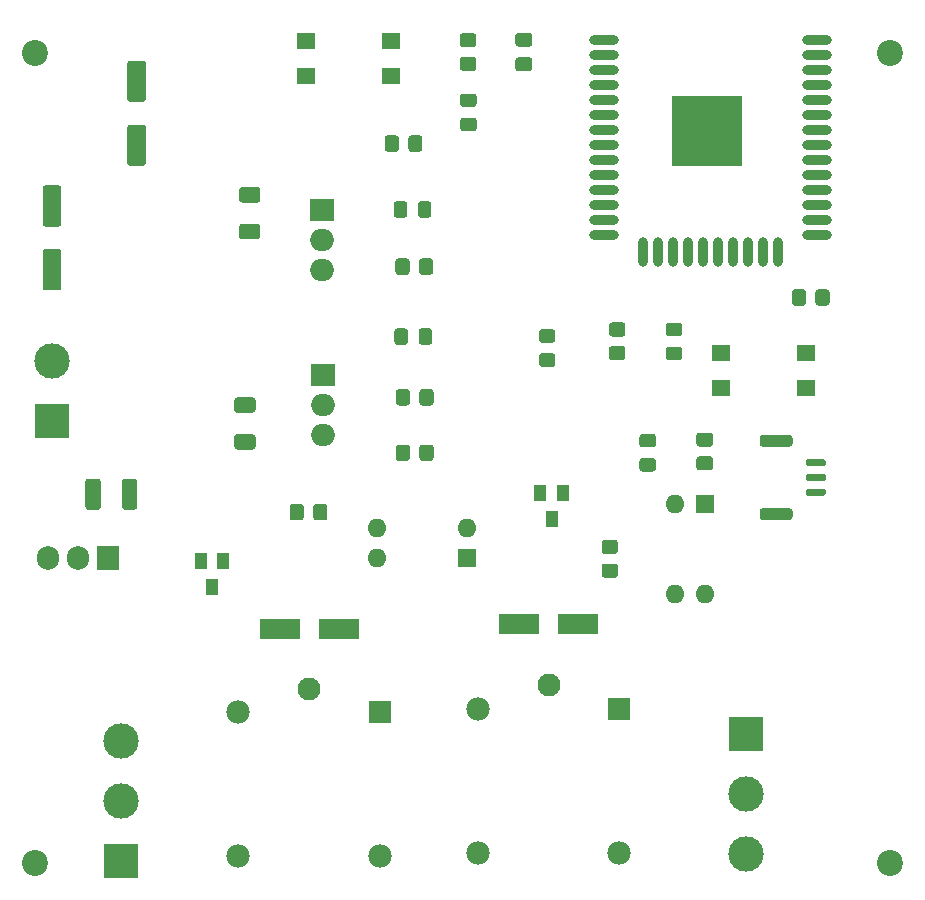
<source format=gbr>
%TF.GenerationSoftware,KiCad,Pcbnew,(5.1.12)-1*%
%TF.CreationDate,2022-01-20T11:47:12-05:00*%
%TF.ProjectId,PCB-ESP32S,5043422d-4553-4503-9332-532e6b696361,rev?*%
%TF.SameCoordinates,Original*%
%TF.FileFunction,Soldermask,Top*%
%TF.FilePolarity,Negative*%
%FSLAX46Y46*%
G04 Gerber Fmt 4.6, Leading zero omitted, Abs format (unit mm)*
G04 Created by KiCad (PCBNEW (5.1.12)-1) date 2022-01-20 11:47:12*
%MOMM*%
%LPD*%
G01*
G04 APERTURE LIST*
%ADD10C,2.200000*%
%ADD11C,1.980000*%
%ADD12C,1.935000*%
%ADD13R,1.980000X1.980000*%
%ADD14O,1.905000X2.000000*%
%ADD15R,1.905000X2.000000*%
%ADD16R,1.600000X1.400000*%
%ADD17O,1.600000X1.600000*%
%ADD18R,1.600000X1.600000*%
%ADD19C,3.000000*%
%ADD20R,3.000000X3.000000*%
%ADD21R,1.000000X1.400000*%
%ADD22O,2.000000X1.905000*%
%ADD23R,2.000000X1.905000*%
%ADD24R,3.500000X1.800000*%
%ADD25R,6.000000X6.000000*%
%ADD26O,2.500000X0.900000*%
%ADD27O,0.900000X2.500000*%
G04 APERTURE END LIST*
D10*
%TO.C,*%
X176415700Y-68033900D03*
%TD*%
%TO.C,*%
X104025700Y-68033900D03*
%TD*%
%TO.C,*%
X176415700Y-136613900D03*
%TD*%
%TO.C,*%
X104025700Y-136613900D03*
%TD*%
D11*
%TO.C,K1*%
X153507960Y-135751760D03*
X141507960Y-135751760D03*
X141507960Y-123551760D03*
D12*
X147507960Y-121551760D03*
D13*
X153507960Y-123551760D03*
%TD*%
%TO.C,D6*%
G36*
G01*
X146941119Y-93474960D02*
X147841121Y-93474960D01*
G75*
G02*
X148091120Y-93724959I0J-249999D01*
G01*
X148091120Y-94374961D01*
G75*
G02*
X147841121Y-94624960I-249999J0D01*
G01*
X146941119Y-94624960D01*
G75*
G02*
X146691120Y-94374961I0J249999D01*
G01*
X146691120Y-93724959D01*
G75*
G02*
X146941119Y-93474960I249999J0D01*
G01*
G37*
G36*
G01*
X146941119Y-91424960D02*
X147841121Y-91424960D01*
G75*
G02*
X148091120Y-91674959I0J-249999D01*
G01*
X148091120Y-92324961D01*
G75*
G02*
X147841121Y-92574960I-249999J0D01*
G01*
X146941119Y-92574960D01*
G75*
G02*
X146691120Y-92324961I0J249999D01*
G01*
X146691120Y-91674959D01*
G75*
G02*
X146941119Y-91424960I249999J0D01*
G01*
G37*
%TD*%
%TO.C,J1*%
G36*
G01*
X167923400Y-101387600D02*
X165623400Y-101387600D01*
G75*
G02*
X165373400Y-101137600I0J250000D01*
G01*
X165373400Y-100637600D01*
G75*
G02*
X165623400Y-100387600I250000J0D01*
G01*
X167923400Y-100387600D01*
G75*
G02*
X168173400Y-100637600I0J-250000D01*
G01*
X168173400Y-101137600D01*
G75*
G02*
X167923400Y-101387600I-250000J0D01*
G01*
G37*
G36*
G01*
X167923400Y-107587600D02*
X165623400Y-107587600D01*
G75*
G02*
X165373400Y-107337600I0J250000D01*
G01*
X165373400Y-106837600D01*
G75*
G02*
X165623400Y-106587600I250000J0D01*
G01*
X167923400Y-106587600D01*
G75*
G02*
X168173400Y-106837600I0J-250000D01*
G01*
X168173400Y-107337600D01*
G75*
G02*
X167923400Y-107587600I-250000J0D01*
G01*
G37*
G36*
G01*
X170823400Y-103037600D02*
X169423400Y-103037600D01*
G75*
G02*
X169273400Y-102887600I0J150000D01*
G01*
X169273400Y-102587600D01*
G75*
G02*
X169423400Y-102437600I150000J0D01*
G01*
X170823400Y-102437600D01*
G75*
G02*
X170973400Y-102587600I0J-150000D01*
G01*
X170973400Y-102887600D01*
G75*
G02*
X170823400Y-103037600I-150000J0D01*
G01*
G37*
G36*
G01*
X170823400Y-104287600D02*
X169423400Y-104287600D01*
G75*
G02*
X169273400Y-104137600I0J150000D01*
G01*
X169273400Y-103837600D01*
G75*
G02*
X169423400Y-103687600I150000J0D01*
G01*
X170823400Y-103687600D01*
G75*
G02*
X170973400Y-103837600I0J-150000D01*
G01*
X170973400Y-104137600D01*
G75*
G02*
X170823400Y-104287600I-150000J0D01*
G01*
G37*
G36*
G01*
X170823400Y-105537600D02*
X169423400Y-105537600D01*
G75*
G02*
X169273400Y-105387600I0J150000D01*
G01*
X169273400Y-105087600D01*
G75*
G02*
X169423400Y-104937600I150000J0D01*
G01*
X170823400Y-104937600D01*
G75*
G02*
X170973400Y-105087600I0J-150000D01*
G01*
X170973400Y-105387600D01*
G75*
G02*
X170823400Y-105537600I-150000J0D01*
G01*
G37*
%TD*%
%TO.C,R5*%
G36*
G01*
X111390000Y-106485000D02*
X111390000Y-104335000D01*
G75*
G02*
X111640000Y-104085000I250000J0D01*
G01*
X112440000Y-104085000D01*
G75*
G02*
X112690000Y-104335000I0J-250000D01*
G01*
X112690000Y-106485000D01*
G75*
G02*
X112440000Y-106735000I-250000J0D01*
G01*
X111640000Y-106735000D01*
G75*
G02*
X111390000Y-106485000I0J250000D01*
G01*
G37*
G36*
G01*
X108290000Y-106485000D02*
X108290000Y-104335000D01*
G75*
G02*
X108540000Y-104085000I250000J0D01*
G01*
X109340000Y-104085000D01*
G75*
G02*
X109590000Y-104335000I0J-250000D01*
G01*
X109590000Y-106485000D01*
G75*
G02*
X109340000Y-106735000I-250000J0D01*
G01*
X108540000Y-106735000D01*
G75*
G02*
X108290000Y-106485000I0J250000D01*
G01*
G37*
%TD*%
D14*
%TO.C,Q1*%
X105130600Y-110769400D03*
X107670600Y-110769400D03*
D15*
X110210600Y-110769400D03*
%TD*%
%TO.C,Cdes1*%
G36*
G01*
X145890000Y-67516500D02*
X144940000Y-67516500D01*
G75*
G02*
X144690000Y-67266500I0J250000D01*
G01*
X144690000Y-66591500D01*
G75*
G02*
X144940000Y-66341500I250000J0D01*
G01*
X145890000Y-66341500D01*
G75*
G02*
X146140000Y-66591500I0J-250000D01*
G01*
X146140000Y-67266500D01*
G75*
G02*
X145890000Y-67516500I-250000J0D01*
G01*
G37*
G36*
G01*
X145890000Y-69591500D02*
X144940000Y-69591500D01*
G75*
G02*
X144690000Y-69341500I0J250000D01*
G01*
X144690000Y-68666500D01*
G75*
G02*
X144940000Y-68416500I250000J0D01*
G01*
X145890000Y-68416500D01*
G75*
G02*
X146140000Y-68666500I0J-250000D01*
G01*
X146140000Y-69341500D01*
G75*
G02*
X145890000Y-69591500I-250000J0D01*
G01*
G37*
%TD*%
D16*
%TO.C,SW2*%
X162141800Y-96418400D03*
X169341800Y-96418400D03*
X162141800Y-93418400D03*
X169341800Y-93418400D03*
%TD*%
%TO.C,SW1*%
X126956000Y-70003800D03*
X134156000Y-70003800D03*
X126956000Y-67003800D03*
X134156000Y-67003800D03*
%TD*%
D17*
%TO.C,U4*%
X160726120Y-113827560D03*
X158186120Y-106207560D03*
X158186120Y-113827560D03*
D18*
X160726120Y-106207560D03*
%TD*%
D19*
%TO.C,J4*%
X111272320Y-126283720D03*
X111272320Y-131363720D03*
D20*
X111272320Y-136443720D03*
%TD*%
D21*
%TO.C,Q3*%
X119974400Y-111076560D03*
X118074400Y-111076560D03*
X119024400Y-113276560D03*
%TD*%
%TO.C,Q2*%
X148706880Y-105300600D03*
X146806880Y-105300600D03*
X147756880Y-107500600D03*
%TD*%
D11*
%TO.C,K2*%
X133233680Y-136061640D03*
X121233680Y-136061640D03*
X121233680Y-123861640D03*
D12*
X127233680Y-121861640D03*
D13*
X133233680Y-123861640D03*
%TD*%
D19*
%TO.C,J8*%
X105460800Y-94107000D03*
D20*
X105460800Y-99187000D03*
%TD*%
%TO.C,D2*%
G36*
G01*
X157675159Y-92921240D02*
X158575161Y-92921240D01*
G75*
G02*
X158825160Y-93171239I0J-249999D01*
G01*
X158825160Y-93821241D01*
G75*
G02*
X158575161Y-94071240I-249999J0D01*
G01*
X157675159Y-94071240D01*
G75*
G02*
X157425160Y-93821241I0J249999D01*
G01*
X157425160Y-93171239D01*
G75*
G02*
X157675159Y-92921240I249999J0D01*
G01*
G37*
G36*
G01*
X157675159Y-90871240D02*
X158575161Y-90871240D01*
G75*
G02*
X158825160Y-91121239I0J-249999D01*
G01*
X158825160Y-91771241D01*
G75*
G02*
X158575161Y-92021240I-249999J0D01*
G01*
X157675159Y-92021240D01*
G75*
G02*
X157425160Y-91771241I0J249999D01*
G01*
X157425160Y-91121239D01*
G75*
G02*
X157675159Y-90871240I249999J0D01*
G01*
G37*
%TD*%
%TO.C,D1*%
G36*
G01*
X141166001Y-72625800D02*
X140265999Y-72625800D01*
G75*
G02*
X140016000Y-72375801I0J249999D01*
G01*
X140016000Y-71725799D01*
G75*
G02*
X140265999Y-71475800I249999J0D01*
G01*
X141166001Y-71475800D01*
G75*
G02*
X141416000Y-71725799I0J-249999D01*
G01*
X141416000Y-72375801D01*
G75*
G02*
X141166001Y-72625800I-249999J0D01*
G01*
G37*
G36*
G01*
X141166001Y-74675800D02*
X140265999Y-74675800D01*
G75*
G02*
X140016000Y-74425801I0J249999D01*
G01*
X140016000Y-73775799D01*
G75*
G02*
X140265999Y-73525800I249999J0D01*
G01*
X141166001Y-73525800D01*
G75*
G02*
X141416000Y-73775799I0J-249999D01*
G01*
X141416000Y-74425801D01*
G75*
G02*
X141166001Y-74675800I-249999J0D01*
G01*
G37*
%TD*%
%TO.C,D3*%
G36*
G01*
X136507640Y-92514841D02*
X136507640Y-91614839D01*
G75*
G02*
X136757639Y-91364840I249999J0D01*
G01*
X137407641Y-91364840D01*
G75*
G02*
X137657640Y-91614839I0J-249999D01*
G01*
X137657640Y-92514841D01*
G75*
G02*
X137407641Y-92764840I-249999J0D01*
G01*
X136757639Y-92764840D01*
G75*
G02*
X136507640Y-92514841I0J249999D01*
G01*
G37*
G36*
G01*
X134457640Y-92514841D02*
X134457640Y-91614839D01*
G75*
G02*
X134707639Y-91364840I249999J0D01*
G01*
X135357641Y-91364840D01*
G75*
G02*
X135607640Y-91614839I0J-249999D01*
G01*
X135607640Y-92514841D01*
G75*
G02*
X135357641Y-92764840I-249999J0D01*
G01*
X134707639Y-92764840D01*
G75*
G02*
X134457640Y-92514841I0J249999D01*
G01*
G37*
%TD*%
%TO.C,C5*%
G36*
G01*
X122849401Y-80710200D02*
X121549399Y-80710200D01*
G75*
G02*
X121299400Y-80460201I0J249999D01*
G01*
X121299400Y-79635199D01*
G75*
G02*
X121549399Y-79385200I249999J0D01*
G01*
X122849401Y-79385200D01*
G75*
G02*
X123099400Y-79635199I0J-249999D01*
G01*
X123099400Y-80460201D01*
G75*
G02*
X122849401Y-80710200I-249999J0D01*
G01*
G37*
G36*
G01*
X122849401Y-83835200D02*
X121549399Y-83835200D01*
G75*
G02*
X121299400Y-83585201I0J249999D01*
G01*
X121299400Y-82760199D01*
G75*
G02*
X121549399Y-82510200I249999J0D01*
G01*
X122849401Y-82510200D01*
G75*
G02*
X123099400Y-82760199I0J-249999D01*
G01*
X123099400Y-83585201D01*
G75*
G02*
X122849401Y-83835200I-249999J0D01*
G01*
G37*
%TD*%
%TO.C,C3*%
G36*
G01*
X113173600Y-72202000D02*
X112073600Y-72202000D01*
G75*
G02*
X111823600Y-71952000I0J250000D01*
G01*
X111823600Y-68952000D01*
G75*
G02*
X112073600Y-68702000I250000J0D01*
G01*
X113173600Y-68702000D01*
G75*
G02*
X113423600Y-68952000I0J-250000D01*
G01*
X113423600Y-71952000D01*
G75*
G02*
X113173600Y-72202000I-250000J0D01*
G01*
G37*
G36*
G01*
X113173600Y-77602000D02*
X112073600Y-77602000D01*
G75*
G02*
X111823600Y-77352000I0J250000D01*
G01*
X111823600Y-74352000D01*
G75*
G02*
X112073600Y-74102000I250000J0D01*
G01*
X113173600Y-74102000D01*
G75*
G02*
X113423600Y-74352000I0J-250000D01*
G01*
X113423600Y-77352000D01*
G75*
G02*
X113173600Y-77602000I-250000J0D01*
G01*
G37*
%TD*%
%TO.C,C4*%
G36*
G01*
X122443001Y-98515600D02*
X121142999Y-98515600D01*
G75*
G02*
X120893000Y-98265601I0J249999D01*
G01*
X120893000Y-97440599D01*
G75*
G02*
X121142999Y-97190600I249999J0D01*
G01*
X122443001Y-97190600D01*
G75*
G02*
X122693000Y-97440599I0J-249999D01*
G01*
X122693000Y-98265601D01*
G75*
G02*
X122443001Y-98515600I-249999J0D01*
G01*
G37*
G36*
G01*
X122443001Y-101640600D02*
X121142999Y-101640600D01*
G75*
G02*
X120893000Y-101390601I0J249999D01*
G01*
X120893000Y-100565599D01*
G75*
G02*
X121142999Y-100315600I249999J0D01*
G01*
X122443001Y-100315600D01*
G75*
G02*
X122693000Y-100565599I0J-249999D01*
G01*
X122693000Y-101390601D01*
G75*
G02*
X122443001Y-101640600I-249999J0D01*
G01*
G37*
%TD*%
%TO.C,C2*%
G36*
G01*
X106010800Y-82743000D02*
X104910800Y-82743000D01*
G75*
G02*
X104660800Y-82493000I0J250000D01*
G01*
X104660800Y-79493000D01*
G75*
G02*
X104910800Y-79243000I250000J0D01*
G01*
X106010800Y-79243000D01*
G75*
G02*
X106260800Y-79493000I0J-250000D01*
G01*
X106260800Y-82493000D01*
G75*
G02*
X106010800Y-82743000I-250000J0D01*
G01*
G37*
G36*
G01*
X106010800Y-88143000D02*
X104910800Y-88143000D01*
G75*
G02*
X104660800Y-87893000I0J250000D01*
G01*
X104660800Y-84893000D01*
G75*
G02*
X104910800Y-84643000I250000J0D01*
G01*
X106010800Y-84643000D01*
G75*
G02*
X106260800Y-84893000I0J-250000D01*
G01*
X106260800Y-87893000D01*
G75*
G02*
X106010800Y-88143000I-250000J0D01*
G01*
G37*
%TD*%
D22*
%TO.C,U3*%
X128346200Y-86385400D03*
X128346200Y-83845400D03*
D23*
X128346200Y-81305400D03*
%TD*%
D22*
%TO.C,U2*%
X128397000Y-100380800D03*
X128397000Y-97840800D03*
D23*
X128397000Y-95300800D03*
%TD*%
D17*
%TO.C,U5*%
X133019800Y-110845600D03*
X140639800Y-108305600D03*
X133019800Y-108305600D03*
D18*
X140639800Y-110845600D03*
%TD*%
%TO.C,R4*%
G36*
G01*
X153759321Y-92056000D02*
X152859319Y-92056000D01*
G75*
G02*
X152609320Y-91806001I0J249999D01*
G01*
X152609320Y-91105999D01*
G75*
G02*
X152859319Y-90856000I249999J0D01*
G01*
X153759321Y-90856000D01*
G75*
G02*
X154009320Y-91105999I0J-249999D01*
G01*
X154009320Y-91806001D01*
G75*
G02*
X153759321Y-92056000I-249999J0D01*
G01*
G37*
G36*
G01*
X153759321Y-94056000D02*
X152859319Y-94056000D01*
G75*
G02*
X152609320Y-93806001I0J249999D01*
G01*
X152609320Y-93105999D01*
G75*
G02*
X152859319Y-92856000I249999J0D01*
G01*
X153759321Y-92856000D01*
G75*
G02*
X154009320Y-93105999I0J-249999D01*
G01*
X154009320Y-93806001D01*
G75*
G02*
X153759321Y-94056000I-249999J0D01*
G01*
G37*
%TD*%
%TO.C,R2*%
G36*
G01*
X141140601Y-67570400D02*
X140240599Y-67570400D01*
G75*
G02*
X139990600Y-67320401I0J249999D01*
G01*
X139990600Y-66620399D01*
G75*
G02*
X140240599Y-66370400I249999J0D01*
G01*
X141140601Y-66370400D01*
G75*
G02*
X141390600Y-66620399I0J-249999D01*
G01*
X141390600Y-67320401D01*
G75*
G02*
X141140601Y-67570400I-249999J0D01*
G01*
G37*
G36*
G01*
X141140601Y-69570400D02*
X140240599Y-69570400D01*
G75*
G02*
X139990600Y-69320401I0J249999D01*
G01*
X139990600Y-68620399D01*
G75*
G02*
X140240599Y-68370400I249999J0D01*
G01*
X141140601Y-68370400D01*
G75*
G02*
X141390600Y-68620399I0J-249999D01*
G01*
X141390600Y-69320401D01*
G75*
G02*
X141140601Y-69570400I-249999J0D01*
G01*
G37*
%TD*%
%TO.C,R7*%
G36*
G01*
X136538920Y-86581401D02*
X136538920Y-85681399D01*
G75*
G02*
X136788919Y-85431400I249999J0D01*
G01*
X137488921Y-85431400D01*
G75*
G02*
X137738920Y-85681399I0J-249999D01*
G01*
X137738920Y-86581401D01*
G75*
G02*
X137488921Y-86831400I-249999J0D01*
G01*
X136788919Y-86831400D01*
G75*
G02*
X136538920Y-86581401I0J249999D01*
G01*
G37*
G36*
G01*
X134538920Y-86581401D02*
X134538920Y-85681399D01*
G75*
G02*
X134788919Y-85431400I249999J0D01*
G01*
X135488921Y-85431400D01*
G75*
G02*
X135738920Y-85681399I0J-249999D01*
G01*
X135738920Y-86581401D01*
G75*
G02*
X135488921Y-86831400I-249999J0D01*
G01*
X134788919Y-86831400D01*
G75*
G02*
X134538920Y-86581401I0J249999D01*
G01*
G37*
%TD*%
%TO.C,R6*%
G36*
G01*
X136575240Y-97645641D02*
X136575240Y-96745639D01*
G75*
G02*
X136825239Y-96495640I249999J0D01*
G01*
X137525241Y-96495640D01*
G75*
G02*
X137775240Y-96745639I0J-249999D01*
G01*
X137775240Y-97645641D01*
G75*
G02*
X137525241Y-97895640I-249999J0D01*
G01*
X136825239Y-97895640D01*
G75*
G02*
X136575240Y-97645641I0J249999D01*
G01*
G37*
G36*
G01*
X134575240Y-97645641D02*
X134575240Y-96745639D01*
G75*
G02*
X134825239Y-96495640I249999J0D01*
G01*
X135525241Y-96495640D01*
G75*
G02*
X135775240Y-96745639I0J-249999D01*
G01*
X135775240Y-97645641D01*
G75*
G02*
X135525241Y-97895640I-249999J0D01*
G01*
X134825239Y-97895640D01*
G75*
G02*
X134575240Y-97645641I0J249999D01*
G01*
G37*
%TD*%
%TO.C,R11*%
G36*
G01*
X126783640Y-106468759D02*
X126783640Y-107368761D01*
G75*
G02*
X126533641Y-107618760I-249999J0D01*
G01*
X125833639Y-107618760D01*
G75*
G02*
X125583640Y-107368761I0J249999D01*
G01*
X125583640Y-106468759D01*
G75*
G02*
X125833639Y-106218760I249999J0D01*
G01*
X126533641Y-106218760D01*
G75*
G02*
X126783640Y-106468759I0J-249999D01*
G01*
G37*
G36*
G01*
X128783640Y-106468759D02*
X128783640Y-107368761D01*
G75*
G02*
X128533641Y-107618760I-249999J0D01*
G01*
X127833639Y-107618760D01*
G75*
G02*
X127583640Y-107368761I0J249999D01*
G01*
X127583640Y-106468759D01*
G75*
G02*
X127833639Y-106218760I249999J0D01*
G01*
X128533641Y-106218760D01*
G75*
G02*
X128783640Y-106468759I0J-249999D01*
G01*
G37*
%TD*%
%TO.C,R9*%
G36*
G01*
X153139561Y-110471000D02*
X152239559Y-110471000D01*
G75*
G02*
X151989560Y-110221001I0J249999D01*
G01*
X151989560Y-109520999D01*
G75*
G02*
X152239559Y-109271000I249999J0D01*
G01*
X153139561Y-109271000D01*
G75*
G02*
X153389560Y-109520999I0J-249999D01*
G01*
X153389560Y-110221001D01*
G75*
G02*
X153139561Y-110471000I-249999J0D01*
G01*
G37*
G36*
G01*
X153139561Y-112471000D02*
X152239559Y-112471000D01*
G75*
G02*
X151989560Y-112221001I0J249999D01*
G01*
X151989560Y-111520999D01*
G75*
G02*
X152239559Y-111271000I249999J0D01*
G01*
X153139561Y-111271000D01*
G75*
G02*
X153389560Y-111520999I0J-249999D01*
G01*
X153389560Y-112221001D01*
G75*
G02*
X153139561Y-112471000I-249999J0D01*
G01*
G37*
%TD*%
%TO.C,R8*%
G36*
G01*
X160276119Y-102182880D02*
X161176121Y-102182880D01*
G75*
G02*
X161426120Y-102432879I0J-249999D01*
G01*
X161426120Y-103132881D01*
G75*
G02*
X161176121Y-103382880I-249999J0D01*
G01*
X160276119Y-103382880D01*
G75*
G02*
X160026120Y-103132881I0J249999D01*
G01*
X160026120Y-102432879D01*
G75*
G02*
X160276119Y-102182880I249999J0D01*
G01*
G37*
G36*
G01*
X160276119Y-100182880D02*
X161176121Y-100182880D01*
G75*
G02*
X161426120Y-100432879I0J-249999D01*
G01*
X161426120Y-101132881D01*
G75*
G02*
X161176121Y-101382880I-249999J0D01*
G01*
X160276119Y-101382880D01*
G75*
G02*
X160026120Y-101132881I0J249999D01*
G01*
X160026120Y-100432879D01*
G75*
G02*
X160276119Y-100182880I249999J0D01*
G01*
G37*
%TD*%
%TO.C,R10*%
G36*
G01*
X136574480Y-102344641D02*
X136574480Y-101444639D01*
G75*
G02*
X136824479Y-101194640I249999J0D01*
G01*
X137524481Y-101194640D01*
G75*
G02*
X137774480Y-101444639I0J-249999D01*
G01*
X137774480Y-102344641D01*
G75*
G02*
X137524481Y-102594640I-249999J0D01*
G01*
X136824479Y-102594640D01*
G75*
G02*
X136574480Y-102344641I0J249999D01*
G01*
G37*
G36*
G01*
X134574480Y-102344641D02*
X134574480Y-101444639D01*
G75*
G02*
X134824479Y-101194640I249999J0D01*
G01*
X135524481Y-101194640D01*
G75*
G02*
X135774480Y-101444639I0J-249999D01*
G01*
X135774480Y-102344641D01*
G75*
G02*
X135524481Y-102594640I-249999J0D01*
G01*
X134824479Y-102594640D01*
G75*
G02*
X134574480Y-102344641I0J249999D01*
G01*
G37*
%TD*%
%TO.C,R3*%
G36*
G01*
X170102480Y-89192521D02*
X170102480Y-88292519D01*
G75*
G02*
X170352479Y-88042520I249999J0D01*
G01*
X171052481Y-88042520D01*
G75*
G02*
X171302480Y-88292519I0J-249999D01*
G01*
X171302480Y-89192521D01*
G75*
G02*
X171052481Y-89442520I-249999J0D01*
G01*
X170352479Y-89442520D01*
G75*
G02*
X170102480Y-89192521I0J249999D01*
G01*
G37*
G36*
G01*
X168102480Y-89192521D02*
X168102480Y-88292519D01*
G75*
G02*
X168352479Y-88042520I249999J0D01*
G01*
X169052481Y-88042520D01*
G75*
G02*
X169302480Y-88292519I0J-249999D01*
G01*
X169302480Y-89192521D01*
G75*
G02*
X169052481Y-89442520I-249999J0D01*
G01*
X168352479Y-89442520D01*
G75*
G02*
X168102480Y-89192521I0J249999D01*
G01*
G37*
%TD*%
%TO.C,R1*%
G36*
G01*
X134829600Y-75267399D02*
X134829600Y-76167401D01*
G75*
G02*
X134579601Y-76417400I-249999J0D01*
G01*
X133879599Y-76417400D01*
G75*
G02*
X133629600Y-76167401I0J249999D01*
G01*
X133629600Y-75267399D01*
G75*
G02*
X133879599Y-75017400I249999J0D01*
G01*
X134579601Y-75017400D01*
G75*
G02*
X134829600Y-75267399I0J-249999D01*
G01*
G37*
G36*
G01*
X136829600Y-75267399D02*
X136829600Y-76167401D01*
G75*
G02*
X136579601Y-76417400I-249999J0D01*
G01*
X135879599Y-76417400D01*
G75*
G02*
X135629600Y-76167401I0J249999D01*
G01*
X135629600Y-75267399D01*
G75*
G02*
X135879599Y-75017400I249999J0D01*
G01*
X136579601Y-75017400D01*
G75*
G02*
X136829600Y-75267399I0J-249999D01*
G01*
G37*
%TD*%
D19*
%TO.C,J3*%
X164231320Y-135839200D03*
X164231320Y-130759200D03*
D20*
X164231320Y-125679200D03*
%TD*%
%TO.C,D4*%
G36*
G01*
X136441600Y-81750321D02*
X136441600Y-80850319D01*
G75*
G02*
X136691599Y-80600320I249999J0D01*
G01*
X137341601Y-80600320D01*
G75*
G02*
X137591600Y-80850319I0J-249999D01*
G01*
X137591600Y-81750321D01*
G75*
G02*
X137341601Y-82000320I-249999J0D01*
G01*
X136691599Y-82000320D01*
G75*
G02*
X136441600Y-81750321I0J249999D01*
G01*
G37*
G36*
G01*
X134391600Y-81750321D02*
X134391600Y-80850319D01*
G75*
G02*
X134641599Y-80600320I249999J0D01*
G01*
X135291601Y-80600320D01*
G75*
G02*
X135541600Y-80850319I0J-249999D01*
G01*
X135541600Y-81750321D01*
G75*
G02*
X135291601Y-82000320I-249999J0D01*
G01*
X134641599Y-82000320D01*
G75*
G02*
X134391600Y-81750321I0J249999D01*
G01*
G37*
%TD*%
D24*
%TO.C,D8*%
X124743840Y-116855240D03*
X129743840Y-116855240D03*
%TD*%
%TO.C,D7*%
X145038440Y-116408200D03*
X150038440Y-116408200D03*
%TD*%
%TO.C,D5*%
G36*
G01*
X155450119Y-102344640D02*
X156350121Y-102344640D01*
G75*
G02*
X156600120Y-102594639I0J-249999D01*
G01*
X156600120Y-103244641D01*
G75*
G02*
X156350121Y-103494640I-249999J0D01*
G01*
X155450119Y-103494640D01*
G75*
G02*
X155200120Y-103244641I0J249999D01*
G01*
X155200120Y-102594639D01*
G75*
G02*
X155450119Y-102344640I249999J0D01*
G01*
G37*
G36*
G01*
X155450119Y-100294640D02*
X156350121Y-100294640D01*
G75*
G02*
X156600120Y-100544639I0J-249999D01*
G01*
X156600120Y-101194641D01*
G75*
G02*
X156350121Y-101444640I-249999J0D01*
G01*
X155450119Y-101444640D01*
G75*
G02*
X155200120Y-101194641I0J249999D01*
G01*
X155200120Y-100544639D01*
G75*
G02*
X155450119Y-100294640I249999J0D01*
G01*
G37*
%TD*%
D25*
%TO.C,U1*%
X160937434Y-74636662D03*
D26*
X152237434Y-66936662D03*
X152237434Y-68206662D03*
X152237434Y-69476662D03*
X152237434Y-70746662D03*
X152237434Y-72016662D03*
X152237434Y-73286662D03*
X152237434Y-74556662D03*
X152237434Y-75826662D03*
X152237434Y-77096662D03*
X152237434Y-78366662D03*
X152237434Y-79636662D03*
X152237434Y-80906662D03*
X152237434Y-82176662D03*
X152237434Y-83446662D03*
D27*
X155522434Y-84936662D03*
X156792434Y-84936662D03*
X158062434Y-84936662D03*
X159332434Y-84936662D03*
X160602434Y-84936662D03*
X161872434Y-84936662D03*
X163142434Y-84936662D03*
X164412434Y-84936662D03*
X165682434Y-84936662D03*
X166952434Y-84936662D03*
D26*
X170237434Y-83446662D03*
X170237434Y-82176662D03*
X170237434Y-80906662D03*
X170237434Y-79636662D03*
X170237434Y-78366662D03*
X170237434Y-77096662D03*
X170237434Y-75826662D03*
X170237434Y-74556662D03*
X170237434Y-73286662D03*
X170237434Y-72016662D03*
X170237434Y-70746662D03*
X170237434Y-69476662D03*
X170237434Y-68206662D03*
X170237434Y-66936662D03*
%TD*%
M02*

</source>
